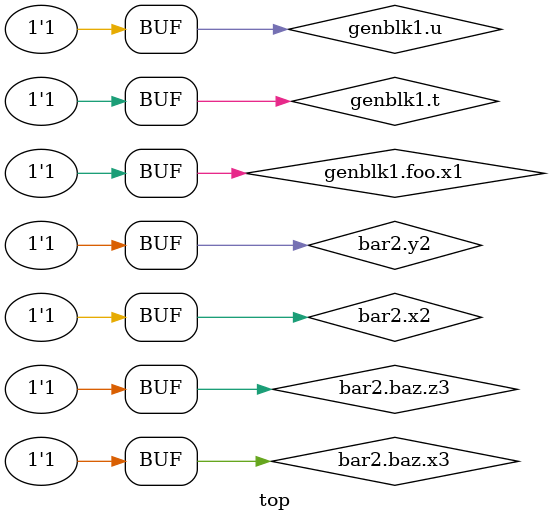
<source format=sv>


/*
module top;
  generate
     //   if (1) begin
                        
      //          wire t;
     //   end

        if (1) begin : blk1
                
                wire t1;
                wire t2;
        end else if (0)
        begin  : blk2
                wire t3;
                wire t4;
        end
          else begin : blk3
                wire t5;
                wire t6;
        end
  endgenerate
endmodule
*/


module top;
        generate
                
                if (1) begin
                        
                        wire t;
                        
                        begin : foo
                                wire x1;
                                wire y1;
                                
                                begin : bar1
                                  wire z1;
                                end
                                
                        end
                        
                        wire u;
                        
                        
                end
                
           
                begin : bar2
                        wire x2;
                        
                        wire y2;
                        begin : baz
                                wire x3;
                               wire z3;
                        end
                        
                end
               
        endgenerate
     
        assign genblk1.t = 1;
        assign genblk1.foo.x1 = 1;
        assign genblk1.u = 1;
        assign bar2.x2 = 1;
        assign bar2.y2 = 1;
        assign bar2.baz.x3 = 1;
        assign bar2.baz.z3 = 1;
       
endmodule


</source>
